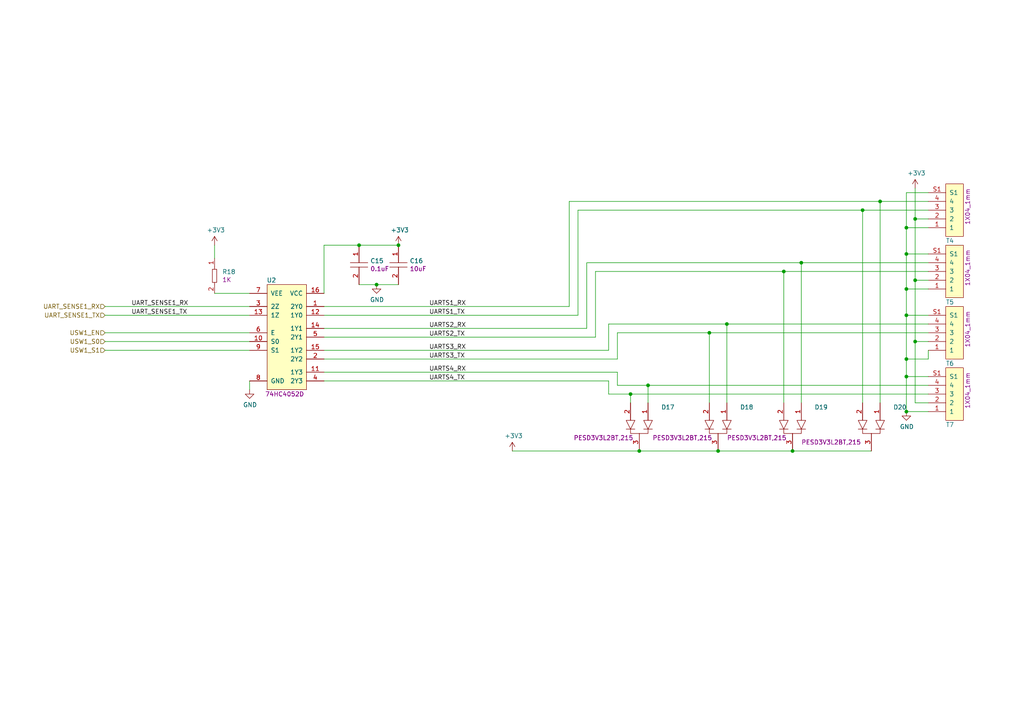
<source format=kicad_sch>
(kicad_sch (version 20230121) (generator eeschema)
  (paper "A4")
  (lib_symbols
    (symbol "AVR-KiCAD-Lib-Capacitors:C0402C104K9PACTU" (pin_names (offset 1.016))
      (property "Reference" "C" (at -2.54 2.54 0))
      (property "_Value_" "0.1uF" (at 58.42 63.5 0))
      (symbol "C0402C104K9PACTU_1_1"
        (polyline (pts (xy 0 2.54) (xy 0 -2.54)))
        (polyline (pts (xy 1.27 2.54) (xy 1.27 -2.54)))
        (pin input line (at -5.08 0 0) (length 5.08) (name "~") (number "1"))
        (pin input line (at 6.35 0 180) (length 5.08) (name "~") (number "2"))
      )
    )
    (symbol "AVR-KiCAD-Lib-Capacitors:GRM188R61A106KE69J" (pin_names (offset 1.016))
      (property "Reference" "C" (at -2.54 2.54 0))
      (property "_Value_" "10uF" (at 58.42 63.5 0))
      (symbol "GRM188R61A106KE69J_1_1"
        (polyline (pts (xy 0 2.54) (xy 0 -2.54)))
        (polyline (pts (xy 1.27 2.54) (xy 1.27 -2.54)))
        (pin input line (at -5.08 0 0) (length 5.08) (name "~") (number "1"))
        (pin input line (at 6.35 0 180) (length 5.08) (name "~") (number "2"))
      )
    )
    (symbol "AVR-KiCAD-Lib-Connectors:BM04B-SRSS-TB(LF)(SN)" (pin_names (offset 1.016))
      (property "Reference" "T" (at 0 1.27 0))
      (property "_Value_" "1X04_1mm" (at 6.35 -10.16 90))
      (symbol "BM04B-SRSS-TB(LF)(SN)_0_1"
        (rectangle (start 0 0) (end 5.08 -15.24) (fill (type background)))
      )
      (symbol "BM04B-SRSS-TB(LF)(SN)_1_1"
        (pin passive line (at -5.08 -2.54 0) (length 5.08) (name "1") (number "1"))
        (pin passive line (at -5.08 -5.08 0) (length 5.08) (name "2") (number "2"))
        (pin passive line (at -5.08 -7.62 0) (length 5.08) (name "3") (number "3"))
        (pin passive line (at -5.08 -10.16 0) (length 5.08) (name "4") (number "4"))
        (pin passive line (at -5.08 -12.7 0) (length 5.08) (name "S1") (number "S1"))
      )
    )
    (symbol "AVR-KiCAD-Lib-Diodes:PESD3V3L2BT,215" (pin_names (offset 1.016))
      (property "Reference" "D" (at -2.54 1.27 0))
      (property "_Value_" "PESD3V3L2BT,215" (at 58.42 63.5 0))
      (symbol "PESD3V3L2BT,215_0_1"
        (polyline (pts (xy 1.27 1.27) (xy 1.27 3.81)))
        (polyline (pts (xy -1.27 3.81) (xy -1.27 1.27) (xy 1.27 2.54) (xy -1.27 3.81)))
        (polyline (pts (xy 1.27 2.54) (xy 2.54 2.54) (xy 2.54 -2.54) (xy 1.27 -2.54)))
      )
      (symbol "PESD3V3L2BT,215_1_1"
        (polyline (pts (xy 1.27 -3.81) (xy 1.27 -1.27)))
        (polyline (pts (xy -1.27 -1.27) (xy -1.27 -3.81) (xy 1.27 -2.54) (xy -1.27 -1.27)))
        (pin passive line (at -6.35 2.54 0) (length 5.08) (name "~") (number "1"))
        (pin passive line (at -6.35 -2.54 0) (length 5.08) (name "~") (number "2"))
        (pin passive line (at 7.62 0 180) (length 5.08) (name "~") (number "3"))
      )
    )
    (symbol "AVR-KiCAD-Lib-ICs:74HC4052D" (pin_names (offset 1.016))
      (property "Reference" "U" (at 0 1.27 0))
      (property "_Value_" "74HC4052D" (at 58.42 63.5 0))
      (symbol "74HC4052D_0_1"
        (rectangle (start 0 0) (end 11.43 -30.48) (fill (type background)))
      )
      (symbol "74HC4052D_1_1"
        (pin bidirectional line (at 16.51 -6.35 180) (length 5.08) (name "2Y0") (number "1"))
        (pin passive line (at -5.08 -16.51 0) (length 5.08) (name "S0") (number "10"))
        (pin passive line (at 16.51 -25.4 180) (length 5.08) (name "1Y3") (number "11"))
        (pin bidirectional line (at 16.51 -8.89 180) (length 5.08) (name "1Y0") (number "12"))
        (pin bidirectional line (at -5.08 -8.89 0) (length 5.08) (name "1Z") (number "13"))
        (pin bidirectional line (at 16.51 -12.7 180) (length 5.08) (name "1Y1") (number "14"))
        (pin bidirectional line (at 16.51 -19.05 180) (length 5.08) (name "1Y2") (number "15"))
        (pin passive line (at 16.51 -2.54 180) (length 5.08) (name "VCC") (number "16"))
        (pin passive line (at 16.51 -21.59 180) (length 5.08) (name "2Y2") (number "2"))
        (pin bidirectional line (at -5.08 -6.35 0) (length 5.08) (name "2Z") (number "3"))
        (pin passive line (at 16.51 -27.94 180) (length 5.08) (name "2Y3") (number "4"))
        (pin bidirectional line (at 16.51 -15.24 180) (length 5.08) (name "2Y1") (number "5"))
        (pin passive line (at -5.08 -13.97 0) (length 5.08) (name "E") (number "6"))
        (pin passive line (at -5.08 -2.54 0) (length 5.08) (name "VEE") (number "7"))
        (pin passive line (at -5.08 -27.94 0) (length 5.08) (name "GND") (number "8"))
        (pin passive line (at -5.08 -19.05 0) (length 5.08) (name "S1") (number "9"))
      )
    )
    (symbol "AVR-KiCAD-Lib-Resistors:RC0402FR-071KL" (pin_names (offset 1.016))
      (property "Reference" "R" (at -2.54 2.54 0))
      (property "Value" "RC0402FR-071KL" (at 1.27 5.08 0))
      (property "_Value_" "1K" (at 58.42 63.5 0))
      (symbol "RC0402FR-071KL_0_1"
        (rectangle (start -1.905 0.635) (end 1.905 -0.635))
        (polyline (pts (xy -2.54 0) (xy -1.905 0)))
        (polyline (pts (xy -1.905 0) (xy -1.905 0)))
        (polyline (pts (xy 1.905 0) (xy 1.905 0)))
        (polyline (pts (xy 2.54 0) (xy 1.905 0)))
      )
      (symbol "RC0402FR-071KL_1_1"
        (pin passive line (at -5.08 0 0) (length 2.5146) (name "~") (number "1"))
        (pin passive line (at 5.08 0 180) (length 2.5146) (name "~") (number "2"))
      )
    )
    (symbol "power:+3V3" (power) (pin_names (offset 0))
      (property "Value" "+3V3" (at 0 3.556 0))
      (symbol "+3V3_0_1"
        (polyline (pts (xy -0.762 1.27) (xy 0 2.54)))
        (polyline (pts (xy 0 0) (xy 0 2.54)))
        (polyline (pts (xy 0 2.54) (xy 0.762 1.27)))
      )
      (symbol "+3V3_1_1"
        (pin power_in line (at 0 0 90) (length 0) hide (name "+3V3") (number "1"))
      )
    )
    (symbol "power:GND" (power) (pin_names (offset 0))
      (property "Value" "GND" (at 0 -3.81 0))
      (symbol "GND_0_1"
        (polyline (pts (xy 0 0) (xy 0 -1.27) (xy 1.27 -1.27) (xy 0 -2.54) (xy -1.27 -1.27) (xy 0 -1.27)))
      )
      (symbol "GND_1_1"
        (pin power_in line (at 0 0 270) (length 0) hide (name "GND") (number "1"))
      )
    )
  )
  (junction (at 262.89 109.22))
  (junction (at 210.82 93.98))
  (junction (at 208.28 130.81))
  (junction (at 232.41 76.2))
  (junction (at 262.89 104.14))
  (junction (at 262.89 91.44))
  (junction (at 262.89 119.38))
  (junction (at 265.43 63.5))
  (junction (at 185.42 130.81))
  (junction (at 115.57 71.12))
  (junction (at 227.33 78.74))
  (junction (at 262.89 73.66))
  (junction (at 262.89 83.82))
  (junction (at 265.43 99.06))
  (junction (at 182.88 114.3))
  (junction (at 187.96 111.76))
  (junction (at 255.27 58.42))
  (junction (at 262.89 66.04))
  (junction (at 250.19 60.96))
  (junction (at 104.14 71.12))
  (junction (at 205.74 96.52))
  (junction (at 229.87 130.81))
  (junction (at 109.22 82.55))
  (junction (at 265.43 81.28))
  (wire (pts (xy 227.33 116.84) (xy 227.33 78.74)))
  (wire (pts (xy 179.07 107.95) (xy 179.07 111.76)))
  (wire (pts (xy 269.24 63.5) (xy 265.43 63.5)))
  (wire (pts (xy 262.89 104.14) (xy 262.89 109.22)))
  (wire (pts (xy 167.64 60.96) (xy 250.19 60.96)))
  (wire (pts (xy 104.14 82.55) (xy 109.22 82.55)))
  (wire (pts (xy 72.39 101.6) (xy 30.48 101.6)))
  (wire (pts (xy 179.07 111.76) (xy 187.96 111.76)))
  (wire (pts (xy 269.24 101.6) (xy 269.24 104.14)))
  (wire (pts (xy 232.41 76.2) (xy 269.24 76.2)))
  (wire (pts (xy 227.33 78.74) (xy 172.72 78.74)))
  (wire (pts (xy 30.48 99.06) (xy 72.39 99.06)))
  (wire (pts (xy 109.22 82.55) (xy 115.57 82.55)))
  (wire (pts (xy 179.07 96.52) (xy 205.74 96.52)))
  (wire (pts (xy 265.43 116.84) (xy 265.43 99.06)))
  (wire (pts (xy 93.98 110.49) (xy 176.53 110.49)))
  (wire (pts (xy 176.53 93.98) (xy 176.53 101.6)))
  (wire (pts (xy 182.88 114.3) (xy 176.53 114.3)))
  (wire (pts (xy 93.98 107.95) (xy 179.07 107.95)))
  (wire (pts (xy 148.59 130.81) (xy 185.42 130.81)))
  (wire (pts (xy 210.82 93.98) (xy 176.53 93.98)))
  (wire (pts (xy 262.89 73.66) (xy 262.89 83.82)))
  (wire (pts (xy 165.1 88.9) (xy 93.98 88.9)))
  (wire (pts (xy 262.89 66.04) (xy 262.89 73.66)))
  (wire (pts (xy 262.89 55.88) (xy 262.89 66.04)))
  (wire (pts (xy 176.53 114.3) (xy 176.53 110.49)))
  (wire (pts (xy 93.98 104.14) (xy 179.07 104.14)))
  (wire (pts (xy 265.43 81.28) (xy 265.43 63.5)))
  (wire (pts (xy 93.98 95.25) (xy 170.18 95.25)))
  (wire (pts (xy 210.82 116.84) (xy 210.82 93.98)))
  (wire (pts (xy 269.24 55.88) (xy 262.89 55.88)))
  (wire (pts (xy 265.43 63.5) (xy 265.43 54.61)))
  (wire (pts (xy 262.89 91.44) (xy 262.89 104.14)))
  (wire (pts (xy 262.89 119.38) (xy 269.24 119.38)))
  (wire (pts (xy 115.57 71.12) (xy 104.14 71.12)))
  (wire (pts (xy 185.42 130.81) (xy 208.28 130.81)))
  (wire (pts (xy 187.96 116.84) (xy 187.96 111.76)))
  (wire (pts (xy 205.74 96.52) (xy 269.24 96.52)))
  (wire (pts (xy 208.28 130.81) (xy 229.87 130.81)))
  (wire (pts (xy 205.74 116.84) (xy 205.74 96.52)))
  (wire (pts (xy 262.89 83.82) (xy 269.24 83.82)))
  (wire (pts (xy 72.39 110.49) (xy 72.39 113.03)))
  (wire (pts (xy 269.24 73.66) (xy 262.89 73.66)))
  (wire (pts (xy 62.23 71.12) (xy 62.23 74.93)))
  (wire (pts (xy 269.24 78.74) (xy 227.33 78.74)))
  (wire (pts (xy 72.39 88.9) (xy 30.48 88.9)))
  (wire (pts (xy 262.89 83.82) (xy 262.89 91.44)))
  (wire (pts (xy 229.87 130.81) (xy 252.73 130.81)))
  (wire (pts (xy 262.89 109.22) (xy 262.89 119.38)))
  (wire (pts (xy 165.1 58.42) (xy 165.1 88.9)))
  (wire (pts (xy 165.1 58.42) (xy 255.27 58.42)))
  (wire (pts (xy 93.98 71.12) (xy 93.98 85.09)))
  (wire (pts (xy 72.39 96.52) (xy 30.48 96.52)))
  (wire (pts (xy 167.64 91.44) (xy 93.98 91.44)))
  (wire (pts (xy 269.24 93.98) (xy 210.82 93.98)))
  (wire (pts (xy 170.18 76.2) (xy 170.18 95.25)))
  (wire (pts (xy 269.24 116.84) (xy 265.43 116.84)))
  (wire (pts (xy 262.89 104.14) (xy 269.24 104.14)))
  (wire (pts (xy 250.19 116.84) (xy 250.19 60.96)))
  (wire (pts (xy 93.98 101.6) (xy 176.53 101.6)))
  (wire (pts (xy 255.27 116.84) (xy 255.27 58.42)))
  (wire (pts (xy 255.27 58.42) (xy 269.24 58.42)))
  (wire (pts (xy 232.41 116.84) (xy 232.41 76.2)))
  (wire (pts (xy 182.88 116.84) (xy 182.88 114.3)))
  (wire (pts (xy 172.72 97.79) (xy 93.98 97.79)))
  (wire (pts (xy 187.96 111.76) (xy 269.24 111.76)))
  (wire (pts (xy 172.72 78.74) (xy 172.72 97.79)))
  (wire (pts (xy 170.18 76.2) (xy 232.41 76.2)))
  (wire (pts (xy 250.19 60.96) (xy 269.24 60.96)))
  (wire (pts (xy 269.24 99.06) (xy 265.43 99.06)))
  (wire (pts (xy 104.14 71.12) (xy 93.98 71.12)))
  (wire (pts (xy 269.24 114.3) (xy 182.88 114.3)))
  (wire (pts (xy 72.39 91.44) (xy 30.48 91.44)))
  (wire (pts (xy 269.24 109.22) (xy 262.89 109.22)))
  (wire (pts (xy 265.43 99.06) (xy 265.43 81.28)))
  (wire (pts (xy 179.07 104.14) (xy 179.07 96.52)))
  (wire (pts (xy 262.89 66.04) (xy 269.24 66.04)))
  (wire (pts (xy 62.23 85.09) (xy 72.39 85.09)))
  (wire (pts (xy 167.64 60.96) (xy 167.64 91.44)))
  (wire (pts (xy 269.24 81.28) (xy 265.43 81.28)))
  (wire (pts (xy 269.24 91.44) (xy 262.89 91.44)))
  (label "UARTS4_RX" (at 124.46 107.95 0))
  (label "UARTS4_TX" (at 124.46 110.49 0))
  (label "UARTS2_TX" (at 124.46 97.79 0))
  (label "UARTS1_RX" (at 124.46 88.9 0))
  (label "UARTS2_RX" (at 124.46 95.25 0))
  (label "UARTS3_TX" (at 124.46 104.14 0))
  (label "UART_SENSE1_TX" (at 38.1 91.44 0))
  (label "UARTS1_TX" (at 124.46 91.44 0))
  (label "UARTS3_RX" (at 124.46 101.6 0))
  (label "UART_SENSE1_RX" (at 38.1 88.9 0))
  (hierarchical_label "USW1_S0" (shape input) (at 30.48 99.06 180))
  (hierarchical_label "UART_SENSE1_RX" (shape input) (at 30.48 88.9 180))
  (hierarchical_label "UART_SENSE1_TX" (shape input) (at 30.48 91.44 180))
  (hierarchical_label "USW1_EN" (shape input) (at 30.48 96.52 180))
  (hierarchical_label "USW1_S1" (shape input) (at 30.48 101.6 180))
  (symbol (lib_id "AVR-KiCAD-Lib-Connectors:BM04B-SRSS-TB(LF)(SN)") (at 274.32 68.58 0) (mirror x) (unit 1)
    (property "Reference" "T4" (at 274.32 69.85 0) (effects (justify left)))
    (property "Value" "BM04B-SRSS-TB(LF)(SN)" (effects hide))
    (property "Footprint" "AVR-KiCAD-Lib-Connectors:CONN_BM04B-SRSS-TB(LF)(SN)" (effects hide))
    (property "Datasheet" "http://www.jst-mfg.com/product/pdf/eng/eSH.pdf" (effects hide))
    (property "Cost QTY: 1" "0.63000" (effects hide))
    (property "Cost QTY: 1000" "0.28713" (effects hide))
    (property "Cost QTY: 2500" "*" (effects hide))
    (property "Cost QTY: 5000" "*" (effects hide))
    (property "Cost QTY: 10000" "0.24226" (effects hide))
    (property "MFR" "JST Sales America Inc." (effects hide))
    (property "MFR#" "BM04B-SRSS-TB(LF)(SN)" (effects hide))
    (property "Vendor" "Digikey" (effects hide))
    (property "Vendor #" "455-1790-2-ND" (effects hide))
    (property "Designer" "AVR" (effects hide))
    (property "Height" "4.9mm" (effects hide))
    (property "Date Created" "6/18/2020" (effects hide))
    (property "Date Modified" "6/18/2020" (effects hide))
    (property "Lead-Free ?" "Yes" (effects hide))
    (property "RoHS Levels" "1" (effects hide))
    (property "Mounting" "SMT" (effects hide))
    (property "Pin Count #" "4" (effects hide))
    (property "Status" "Active" (effects hide))
    (property "Tolerance" "*" (effects hide))
    (property "Type" "Connector" (effects hide))
    (property "Voltage" "50V" (effects hide))
    (property "Package" "*" (effects hide))
    (property "Description" "Connector Header Surface Mount 4 position 0.039\" (1.00mm)" (effects hide))
    (property "_Value_" "1X04_1mm" (at 280.67 54.61 90) (effects (justify left)))
    (property "Management_ID" "*" (effects hide))
    (instances (project "agricoltura-vine" (path "" (reference "T4") (unit 1)) (path "" (reference "T?") (unit 1))))
  )
  (symbol (lib_id "AVR-KiCAD-Lib-Connectors:BM04B-SRSS-TB(LF)(SN)") (at 274.32 86.36 0) (mirror x) (unit 1)
    (property "Reference" "T5" (at 274.32 87.63 0) (effects (justify left)))
    (property "Value" "BM04B-SRSS-TB(LF)(SN)" (effects hide))
    (property "Footprint" "AVR-KiCAD-Lib-Connectors:CONN_BM04B-SRSS-TB(LF)(SN)" (effects hide))
    (property "Datasheet" "http://www.jst-mfg.com/product/pdf/eng/eSH.pdf" (effects hide))
    (property "Cost QTY: 1" "0.63000" (effects hide))
    (property "Cost QTY: 1000" "0.28713" (effects hide))
    (property "Cost QTY: 2500" "*" (effects hide))
    (property "Cost QTY: 5000" "*" (effects hide))
    (property "Cost QTY: 10000" "0.24226" (effects hide))
    (property "MFR" "JST Sales America Inc." (effects hide))
    (property "MFR#" "BM04B-SRSS-TB(LF)(SN)" (effects hide))
    (property "Vendor" "Digikey" (effects hide))
    (property "Vendor #" "455-1790-2-ND" (effects hide))
    (property "Designer" "AVR" (effects hide))
    (property "Height" "4.9mm" (effects hide))
    (property "Date Created" "6/18/2020" (effects hide))
    (property "Date Modified" "6/18/2020" (effects hide))
    (property "Lead-Free ?" "Yes" (effects hide))
    (property "RoHS Levels" "1" (effects hide))
    (property "Mounting" "SMT" (effects hide))
    (property "Pin Count #" "4" (effects hide))
    (property "Status" "Active" (effects hide))
    (property "Tolerance" "*" (effects hide))
    (property "Type" "Connector" (effects hide))
    (property "Voltage" "50V" (effects hide))
    (property "Package" "*" (effects hide))
    (property "Description" "Connector Header Surface Mount 4 position 0.039\" (1.00mm)" (effects hide))
    (property "_Value_" "1X04_1mm" (at 280.67 72.39 90) (effects (justify left)))
    (property "Management_ID" "*" (effects hide))
    (instances (project "agricoltura-vine" (path "" (reference "T5") (unit 1)) (path "" (reference "T?") (unit 1))))
  )
  (symbol (lib_id "AVR-KiCAD-Lib-Connectors:BM04B-SRSS-TB(LF)(SN)") (at 274.32 104.14 0) (mirror x) (unit 1)
    (property "Reference" "T6" (at 274.32 105.41 0) (effects (justify left)))
    (property "Value" "BM04B-SRSS-TB(LF)(SN)" (effects hide))
    (property "Footprint" "AVR-KiCAD-Lib-Connectors:CONN_BM04B-SRSS-TB(LF)(SN)" (effects hide))
    (property "Datasheet" "http://www.jst-mfg.com/product/pdf/eng/eSH.pdf" (effects hide))
    (property "Cost QTY: 1" "0.63000" (effects hide))
    (property "Cost QTY: 1000" "0.28713" (effects hide))
    (property "Cost QTY: 2500" "*" (effects hide))
    (property "Cost QTY: 5000" "*" (effects hide))
    (property "Cost QTY: 10000" "0.24226" (effects hide))
    (property "MFR" "JST Sales America Inc." (effects hide))
    (property "MFR#" "BM04B-SRSS-TB(LF)(SN)" (effects hide))
    (property "Vendor" "Digikey" (effects hide))
    (property "Vendor #" "455-1790-2-ND" (effects hide))
    (property "Designer" "AVR" (effects hide))
    (property "Height" "4.9mm" (effects hide))
    (property "Date Created" "6/18/2020" (effects hide))
    (property "Date Modified" "6/18/2020" (effects hide))
    (property "Lead-Free ?" "Yes" (effects hide))
    (property "RoHS Levels" "1" (effects hide))
    (property "Mounting" "SMT" (effects hide))
    (property "Pin Count #" "4" (effects hide))
    (property "Status" "Active" (effects hide))
    (property "Tolerance" "*" (effects hide))
    (property "Type" "Connector" (effects hide))
    (property "Voltage" "50V" (effects hide))
    (property "Package" "*" (effects hide))
    (property "Description" "Connector Header Surface Mount 4 position 0.039\" (1.00mm)" (effects hide))
    (property "_Value_" "1X04_1mm" (at 280.67 90.17 90) (effects (justify left)))
    (property "Management_ID" "*" (effects hide))
    (instances (project "agricoltura-vine" (path "" (reference "T6") (unit 1)) (path "" (reference "T?") (unit 1))))
  )
  (symbol (lib_id "AVR-KiCAD-Lib-Connectors:BM04B-SRSS-TB(LF)(SN)") (at 274.32 121.92 0) (mirror x) (unit 1)
    (property "Reference" "T7" (at 274.32 123.19 0) (effects (justify left)))
    (property "Value" "BM04B-SRSS-TB(LF)(SN)" (effects hide))
    (property "Footprint" "AVR-KiCAD-Lib-Connectors:CONN_BM04B-SRSS-TB(LF)(SN)" (effects hide))
    (property "Datasheet" "http://www.jst-mfg.com/product/pdf/eng/eSH.pdf" (effects hide))
    (property "Cost QTY: 1" "0.63000" (effects hide))
    (property "Cost QTY: 1000" "0.28713" (effects hide))
    (property "Cost QTY: 2500" "*" (effects hide))
    (property "Cost QTY: 5000" "*" (effects hide))
    (property "Cost QTY: 10000" "0.24226" (effects hide))
    (property "MFR" "JST Sales America Inc." (effects hide))
    (property "MFR#" "BM04B-SRSS-TB(LF)(SN)" (effects hide))
    (property "Vendor" "Digikey" (effects hide))
    (property "Vendor #" "455-1790-2-ND" (effects hide))
    (property "Designer" "AVR" (effects hide))
    (property "Height" "4.9mm" (effects hide))
    (property "Date Created" "6/18/2020" (effects hide))
    (property "Date Modified" "6/18/2020" (effects hide))
    (property "Lead-Free ?" "Yes" (effects hide))
    (property "RoHS Levels" "1" (effects hide))
    (property "Mounting" "SMT" (effects hide))
    (property "Pin Count #" "4" (effects hide))
    (property "Status" "Active" (effects hide))
    (property "Tolerance" "*" (effects hide))
    (property "Type" "Connector" (effects hide))
    (property "Voltage" "50V" (effects hide))
    (property "Package" "*" (effects hide))
    (property "Description" "Connector Header Surface Mount 4 position 0.039\" (1.00mm)" (effects hide))
    (property "_Value_" "1X04_1mm" (at 280.67 107.95 90) (effects (justify left)))
    (property "Management_ID" "*" (effects hide))
    (instances (project "agricoltura-vine" (path "" (reference "T7") (unit 1)) (path "" (reference "T?") (unit 1))))
  )
  (symbol (lib_id "AVR-KiCAD-Lib-ICs:74HC4052D") (at 77.47 82.55 0) (unit 1)
    (property "Reference" "U2" (at 78.74 81.28 0))
    (property "Value" "74HC4052D" (effects hide))
    (property "Footprint" "AVR-KiCAD-Lib-ICs:74HC4052D" (effects hide))
    (property "Datasheet" "http://toshiba.semicon-storage.com/info/docget.jsp?did=37237&prodName=74HC4051D" (effects hide))
    (property "Cost QTY: 1" "0.44000" (effects hide))
    (property "Cost QTY: 1000" "0.13680" (effects hide))
    (property "Cost QTY: 2500" "0.12540" (effects hide))
    (property "Cost QTY: 5000" "0.11780" (effects hide))
    (property "Cost QTY: 10000" "*" (effects hide))
    (property "MFR" "Toshiba Semiconductor and Storage" (effects hide))
    (property "MFR#" "74HC4052D" (effects hide))
    (property "Vendor" "Digikey" (effects hide))
    (property "Vendor #" "74HC4052DCT-ND" (effects hide))
    (property "Designer" "AVR" (effects hide))
    (property "Height" "1.75mm" (effects hide))
    (property "Date Created" "6/15/2020" (effects hide))
    (property "Date Modified" "6/15/2020" (effects hide))
    (property "Lead-Free ?" "Yes" (effects hide))
    (property "RoHS Levels" "1" (effects hide))
    (property "Mounting" "SMT" (effects hide))
    (property "Pin Count #" "16" (effects hide))
    (property "Status" "Active" (effects hide))
    (property "Tolerance" "*" (effects hide))
    (property "Type" "74 MUX" (effects hide))
    (property "Voltage" "2V ~ 6V" (effects hide))
    (property "Package" "16-SOIC" (effects hide))
    (property "Description" "2 Circuit IC Switch 4:1 130Ohm 16-SOIC" (effects hide))
    (property "_Value_" "74HC4052D" (at 82.55 114.3 0))
    (property "Management_ID" "*" (effects hide))
  )
  (symbol (lib_id "AVR-KiCAD-Lib-Resistors:RC0402FR-071KL") (at 62.23 80.01 270) (unit 1)
    (property "Reference" "R18" (at 64.4398 78.8416 90) (effects (justify left)))
    (property "Value" "RC0402FR-071KL" (effects hide))
    (property "Footprint" "AVR-KiCAD-Lib-Resistors:R0402" (effects hide))
    (property "Datasheet" "https://www.yageo.com/upload/media/product/productsearch/datasheet/rchip/PYu-RC_Group_51_RoHS_L_10.pdf" (effects hide))
    (property "Cost QTY: 1" "0.10000" (effects hide))
    (property "Cost QTY: 1000" "0.00289" (effects hide))
    (property "Cost QTY: 2500" "0.00251" (effects hide))
    (property "Cost QTY: 5000" "0.00207" (effects hide))
    (property "Cost QTY: 10000" "0.00163" (effects hide))
    (property "MFR" "Yageo" (effects hide))
    (property "MFR#" "RC0402FR-071KL" (effects hide))
    (property "Vendor" "Digikey" (effects hide))
    (property "Vendor #" "311-1.00KLRTR-ND" (effects hide))
    (property "Designer" "AVR" (effects hide))
    (property "Height" "0.4mm" (effects hide))
    (property "Date Created" "12/11/2019" (effects hide))
    (property "Date Modified" "12/11/2019" (effects hide))
    (property "Lead-Free ?" "Yes" (effects hide))
    (property "RoHS Levels" "1" (effects hide))
    (property "Mounting" "SMT" (effects hide))
    (property "Pin Count #" "2" (effects hide))
    (property "Status" "Active" (effects hide))
    (property "Tolerance" "1%" (effects hide))
    (property "Type" "Thick Film Resistor" (effects hide))
    (property "Voltage" "*" (effects hide))
    (property "Package" "0402" (effects hide))
    (property "_Value_" "1K" (at 64.4398 81.153 90) (effects (justify left)))
    (property "Management_ID" "*" (effects hide))
    (property "Description" " kOhms ±1% 0.063W, 1/16W Chip Resistor 0402 (1005 Metric) Moisture Resistant Thick Film" (effects hide))
    (instances (project "agricoltura-vine" (path "" (reference "R18") (unit 1)) (path "" (reference "R?") (unit 1))))
  )
  (symbol (lib_id "power:+3V3") (at 62.23 71.12 0) (unit 1)
    (property "Reference" "#PWR0112" (effects hide))
    (property "Value" "+3V3" (at 62.611 66.7258 0))
    (instances (project "agricoltura-vine" (path "" (reference "#PWR0112") (unit 1)) (path "" (reference "#PWR?") (unit 1))))
  )
  (symbol (lib_id "power:GND") (at 262.89 119.38 0) (unit 1)
    (property "Reference" "#PWR022" (effects hide))
    (property "Value" "GND" (at 263.017 123.7742 0))
  )
  (symbol (lib_id "AVR-KiCAD-Lib-Capacitors:C0402C104K9PACTU") (at 104.14 76.2 270) (unit 1)
    (property "Reference" "C15" (at 107.3912 75.6666 90) (effects (justify left)))
    (property "Value" "C0402C104K9PACTU" (effects hide))
    (property "Footprint" "AVR-KiCAD-Lib-Resistors:R0402" (effects hide))
    (property "Datasheet" "https://content.kemet.com/datasheets/KEM_C1006_X5R_SMD.pdf" (effects hide))
    (property "Cost QTY: 1" "0.10000" (effects hide))
    (property "Cost QTY: 1000" "0.01139" (effects hide))
    (property "Cost QTY: 2500" "0.01035" (effects hide))
    (property "Cost QTY: 5000" "0.00952" (effects hide))
    (property "Cost QTY: 10000" "0.00756" (effects hide))
    (property "MFR" "KEMET" (effects hide))
    (property "MFR#" "C0402C104K9PACTU" (effects hide))
    (property "Vendor" "Digikey" (effects hide))
    (property "Vendor #" "399-3026-6-ND" (effects hide))
    (property "Designer" "AVR" (effects hide))
    (property "Height" "0.55mm" (effects hide))
    (property "Date Created" "12/7/2019" (effects hide))
    (property "Date Modified" "12/7/2019" (effects hide))
    (property "Lead-Free ?" "Yes" (effects hide))
    (property "RoHS Levels" "1" (effects hide))
    (property "Mounting" "SMT" (effects hide))
    (property "Pin Count #" "2" (effects hide))
    (property "Status" "Active" (effects hide))
    (property "Tolerance" "10%" (effects hide))
    (property "Type" "Ceramic Cap" (effects hide))
    (property "Voltage" "6.3V" (effects hide))
    (property "Package" "0402" (effects hide))
    (property "Description" "0.1µF ±10% 6.3V Ceramic Capacitor X5R 0402 (1005 Metric)" (effects hide))
    (property "_Value_" "0.1uF" (at 107.3912 77.978 90) (effects (justify left)))
    (property "Management_ID" "*" (effects hide))
    (instances (project "agricoltura-vine" (path "" (reference "C15") (unit 1)) (path "" (reference "C?") (unit 1))))
  )
  (symbol (lib_id "AVR-KiCAD-Lib-Capacitors:GRM188R61A106KE69J") (at 115.57 76.2 270) (unit 1)
    (property "Reference" "C16" (at 118.8212 75.6666 90) (effects (justify left)))
    (property "Value" "GRM188R61A106KE69J" (effects hide))
    (property "Footprint" "AVR-KiCAD-Lib-Capacitors:C0603" (effects hide))
    (property "Datasheet" "https://search.murata.co.jp/Ceramy/image/img/A01X/G101/ENG/GRM188R61A106KE69-01.pdf" (effects hide))
    (property "Cost QTY: 1" "0.18000" (effects hide))
    (property "Cost QTY: 1000" "0.03841" (effects hide))
    (property "Cost QTY: 2500" "0.03674" (effects hide))
    (property "Cost QTY: 5000" "0.03340" (effects hide))
    (property "Cost QTY: 10000" "0.02640" (effects hide))
    (property "MFR" "Murata Electronics" (effects hide))
    (property "MFR#" "GRM188R61A106KE69J" (effects hide))
    (property "Vendor" "Digikey" (effects hide))
    (property "Vendor #" "490-14372-2-ND" (effects hide))
    (property "Designer" "AVR" (effects hide))
    (property "Height" "0.95mm" (effects hide))
    (property "Date Created" "2/28/2020" (effects hide))
    (property "Date Modified" "2/28/2020" (effects hide))
    (property "Lead-Free ?" "Yes" (effects hide))
    (property "RoHS Levels" "1" (effects hide))
    (property "Mounting" "SMT" (effects hide))
    (property "Pin Count #" "2" (effects hide))
    (property "Status" "Active" (effects hide))
    (property "Tolerance" "10%" (effects hide))
    (property "Type" "Ceramic Cap" (effects hide))
    (property "Voltage" "10V" (effects hide))
    (property "Package" "0603" (effects hide))
    (property "Description" "10µF ±10% 10V Ceramic Capacitor X5R 0603 (1608 Metric)" (effects hide))
    (property "_Value_" "10uF" (at 118.8212 77.978 90) (effects (justify left)))
    (property "Management_ID" "*" (effects hide))
    (instances (project "agricoltura-vine" (path "" (reference "C16") (unit 1)) (path "" (reference "C?") (unit 1))))
  )
  (symbol (lib_id "power:+3V3") (at 115.57 71.12 0) (unit 1)
    (property "Reference" "#PWR021" (effects hide))
    (property "Value" "+3V3" (at 115.951 66.7258 0))
    (instances (project "agricoltura-vine" (path "" (reference "#PWR021") (unit 1)) (path "" (reference "#PWR?") (unit 1))))
  )
  (symbol (lib_id "power:GND") (at 109.22 82.55 0) (unit 1)
    (property "Reference" "#PWR020" (effects hide))
    (property "Value" "GND" (at 109.347 86.9442 0))
    (instances (project "agricoltura-vine" (path "" (reference "#PWR020") (unit 1)) (path "" (reference "#PWR?") (unit 1))))
  )
  (symbol (lib_id "power:GND") (at 72.39 113.03 0) (unit 1)
    (property "Reference" "#PWR019" (effects hide))
    (property "Value" "GND" (at 72.517 117.4242 0))
  )
  (symbol (lib_id "power:+3V3") (at 265.43 54.61 0) (unit 1)
    (property "Reference" "#PWR023" (effects hide))
    (property "Value" "+3V3" (at 265.811 50.2158 0))
    (instances (project "agricoltura-vine" (path "" (reference "#PWR023") (unit 1)) (path "" (reference "#PWR?") (unit 1))))
  )
  (symbol (lib_id "AVR-KiCAD-Lib-Diodes:PESD3V3L2BT,215") (at 185.42 123.19 270) (unit 1)
    (property "Reference" "D17" (at 191.77 118.11 90) (effects (justify left)))
    (property "Value" "PESD3V3L2BT,215" (effects hide))
    (property "Footprint" "AVR-KiCAD-Lib-Diodes:SOT-23" (effects hide))
    (property "Datasheet" "https://assets.nexperia.com/documents/data-sheet/PESDXL2BT_SER.pdf" (effects hide))
    (property "Cost QTY: 1" "0.45000" (effects hide))
    (property "Cost QTY: 1000" "0.13260" (effects hide))
    (property "Cost QTY: 2500" "*" (effects hide))
    (property "Cost QTY: 5000" "*" (effects hide))
    (property "Cost QTY: 10000" "*" (effects hide))
    (property "MFR" "Nexperia USA Inc." (effects hide))
    (property "MFR#" "PESD3V3L2BT,215" (effects hide))
    (property "Vendor" "Digikey" (effects hide))
    (property "Vendor #" "1727-3826-1-ND" (effects hide))
    (property "Designer" "AVR" (effects hide))
    (property "Height" "1.1mm" (effects hide))
    (property "Date Created" "6/15/2020" (effects hide))
    (property "Date Modified" "6/15/2020" (effects hide))
    (property "Lead-Free ?" "Yes" (effects hide))
    (property "RoHS Levels" "1" (effects hide))
    (property "Mounting" "SMT" (effects hide))
    (property "Pin Count #" "3" (effects hide))
    (property "Status" "Active" (effects hide))
    (property "Tolerance" "*" (effects hide))
    (property "Type" "TVS" (effects hide))
    (property "Voltage" "*" (effects hide))
    (property "Package" " SOT-23-3" (effects hide))
    (property "Description" "26V Clamp 15A (8/20µs) Ipp Tvs Diode Surface Mount TO-236AB" (effects hide))
    (property "_Value_" "PESD3V3L2BT,215" (at 166.37 127 90) (effects (justify left)))
    (property "Management_ID" "*" (effects hide))
    (instances (project "agricoltura-vine" (path "" (reference "D17") (unit 1)) (path "" (reference "D?") (unit 1))))
  )
  (symbol (lib_id "AVR-KiCAD-Lib-Diodes:PESD3V3L2BT,215") (at 208.28 123.19 270) (unit 1)
    (property "Reference" "D18" (at 214.63 118.11 90) (effects (justify left)))
    (property "Value" "PESD3V3L2BT,215" (effects hide))
    (property "Footprint" "AVR-KiCAD-Lib-Diodes:SOT-23" (effects hide))
    (property "Datasheet" "https://assets.nexperia.com/documents/data-sheet/PESDXL2BT_SER.pdf" (effects hide))
    (property "Cost QTY: 1" "0.45000" (effects hide))
    (property "Cost QTY: 1000" "0.13260" (effects hide))
    (property "Cost QTY: 2500" "*" (effects hide))
    (property "Cost QTY: 5000" "*" (effects hide))
    (property "Cost QTY: 10000" "*" (effects hide))
    (property "MFR" "Nexperia USA Inc." (effects hide))
    (property "MFR#" "PESD3V3L2BT,215" (effects hide))
    (property "Vendor" "Digikey" (effects hide))
    (property "Vendor #" "1727-3826-1-ND" (effects hide))
    (property "Designer" "AVR" (effects hide))
    (property "Height" "1.1mm" (effects hide))
    (property "Date Created" "6/15/2020" (effects hide))
    (property "Date Modified" "6/15/2020" (effects hide))
    (property "Lead-Free ?" "Yes" (effects hide))
    (property "RoHS Levels" "1" (effects hide))
    (property "Mounting" "SMT" (effects hide))
    (property "Pin Count #" "3" (effects hide))
    (property "Status" "Active" (effects hide))
    (property "Tolerance" "*" (effects hide))
    (property "Type" "TVS" (effects hide))
    (property "Voltage" "*" (effects hide))
    (property "Package" " SOT-23-3" (effects hide))
    (property "Description" "26V Clamp 15A (8/20µs) Ipp Tvs Diode Surface Mount TO-236AB" (effects hide))
    (property "_Value_" "PESD3V3L2BT,215" (at 189.23 127 90) (effects (justify left)))
    (property "Management_ID" "*" (effects hide))
    (instances (project "agricoltura-vine" (path "" (reference "D18") (unit 1)) (path "" (reference "D?") (unit 1))))
  )
  (symbol (lib_id "AVR-KiCAD-Lib-Diodes:PESD3V3L2BT,215") (at 229.87 123.19 270) (unit 1)
    (property "Reference" "D19" (at 236.22 118.11 90) (effects (justify left)))
    (property "Value" "PESD3V3L2BT,215" (effects hide))
    (property "Footprint" "AVR-KiCAD-Lib-Diodes:SOT-23" (effects hide))
    (property "Datasheet" "https://assets.nexperia.com/documents/data-sheet/PESDXL2BT_SER.pdf" (effects hide))
    (property "Cost QTY: 1" "0.45000" (effects hide))
    (property "Cost QTY: 1000" "0.13260" (effects hide))
    (property "Cost QTY: 2500" "*" (effects hide))
    (property "Cost QTY: 5000" "*" (effects hide))
    (property "Cost QTY: 10000" "*" (effects hide))
    (property "MFR" "Nexperia USA Inc." (effects hide))
    (property "MFR#" "PESD3V3L2BT,215" (effects hide))
    (property "Vendor" "Digikey" (effects hide))
    (property "Vendor #" "1727-3826-1-ND" (effects hide))
    (property "Designer" "AVR" (effects hide))
    (property "Height" "1.1mm" (effects hide))
    (property "Date Created" "6/15/2020" (effects hide))
    (property "Date Modified" "6/15/2020" (effects hide))
    (property "Lead-Free ?" "Yes" (effects hide))
    (property "RoHS Levels" "1" (effects hide))
    (property "Mounting" "SMT" (effects hide))
    (property "Pin Count #" "3" (effects hide))
    (property "Status" "Active" (effects hide))
    (property "Tolerance" "*" (effects hide))
    (property "Type" "TVS" (effects hide))
    (property "Voltage" "*" (effects hide))
    (property "Package" " SOT-23-3" (effects hide))
    (property "Description" "26V Clamp 15A (8/20µs) Ipp Tvs Diode Surface Mount TO-236AB" (effects hide))
    (property "_Value_" "PESD3V3L2BT,215" (at 210.82 127 90) (effects (justify left)))
    (property "Management_ID" "*" (effects hide))
    (instances (project "agricoltura-vine" (path "" (reference "D19") (unit 1)) (path "" (reference "D?") (unit 1))))
  )
  (symbol (lib_id "AVR-KiCAD-Lib-Diodes:PESD3V3L2BT,215") (at 252.73 123.19 270) (unit 1)
    (property "Reference" "D20" (at 259.08 118.11 90) (effects (justify left)))
    (property "Value" "PESD3V3L2BT,215" (effects hide))
    (property "Footprint" "AVR-KiCAD-Lib-Diodes:SOT-23" (effects hide))
    (property "Datasheet" "https://assets.nexperia.com/documents/data-sheet/PESDXL2BT_SER.pdf" (effects hide))
    (property "Cost QTY: 1" "0.45000" (effects hide))
    (property "Cost QTY: 1000" "0.13260" (effects hide))
    (property "Cost QTY: 2500" "*" (effects hide))
    (property "Cost QTY: 5000" "*" (effects hide))
    (property "Cost QTY: 10000" "*" (effects hide))
    (property "MFR" "Nexperia USA Inc." (effects hide))
    (property "MFR#" "PESD3V3L2BT,215" (effects hide))
    (property "Vendor" "Digikey" (effects hide))
    (property "Vendor #" "1727-3826-1-ND" (effects hide))
    (property "Designer" "AVR" (effects hide))
    (property "Height" "1.1mm" (effects hide))
    (property "Date Created" "6/15/2020" (effects hide))
    (property "Date Modified" "6/15/2020" (effects hide))
    (property "Lead-Free ?" "Yes" (effects hide))
    (property "RoHS Levels" "1" (effects hide))
    (property "Mounting" "SMT" (effects hide))
    (property "Pin Count #" "3" (effects hide))
    (property "Status" "Active" (effects hide))
    (property "Tolerance" "*" (effects hide))
    (property "Type" "TVS" (effects hide))
    (property "Voltage" "*" (effects hide))
    (property "Package" " SOT-23-3" (effects hide))
    (property "Description" "26V Clamp 15A (8/20µs) Ipp Tvs Diode Surface Mount TO-236AB" (effects hide))
    (property "_Value_" "PESD3V3L2BT,215" (at 232.41 128.27 90) (effects (justify left)))
    (property "Management_ID" "*" (effects hide))
    (instances (project "agricoltura-vine" (path "" (reference "D20") (unit 1)) (path "" (reference "D?") (unit 1))))
  )
  (symbol (lib_id "power:+3V3") (at 148.59 130.81 0) (unit 1)
    (property "Reference" "#PWR0141" (effects hide))
    (property "Value" "+3V3" (at 148.971 126.4158 0))
    (instances (project "agricoltura-vine" (path "" (reference "#PWR0141") (unit 1)) (path "" (reference "#PWR?") (unit 1))))
  )
)
</source>
